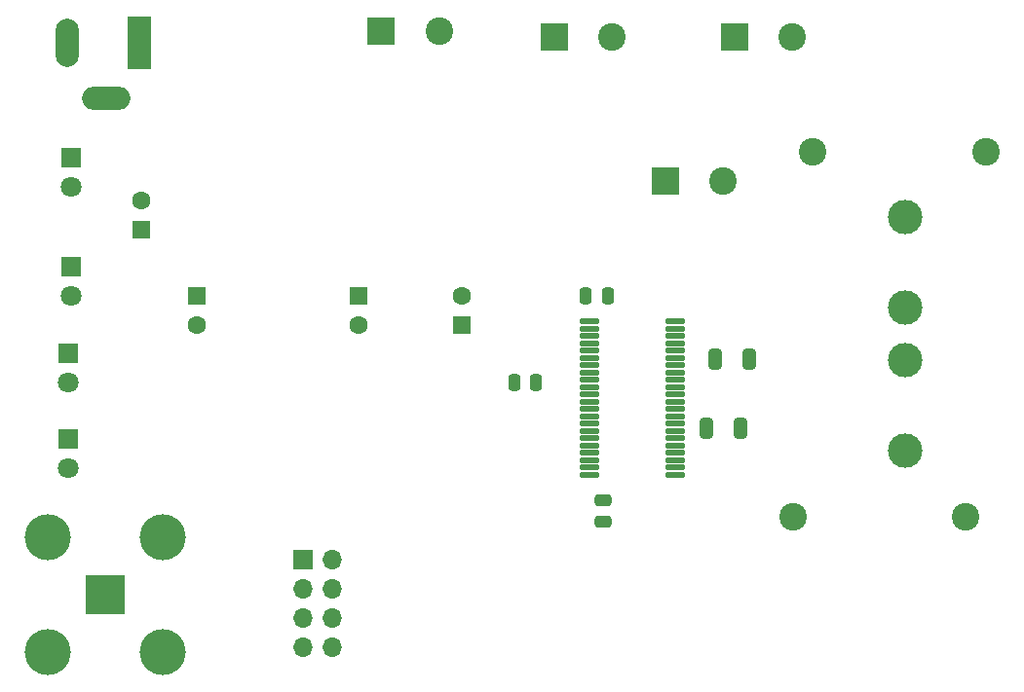
<source format=gbr>
%TF.GenerationSoftware,KiCad,Pcbnew,(6.0.0)*%
%TF.CreationDate,2022-12-17T21:28:13-05:00*%
%TF.ProjectId,TPA3255PBTL,54504133-3235-4355-9042-544c2e6b6963,rev?*%
%TF.SameCoordinates,Original*%
%TF.FileFunction,Soldermask,Bot*%
%TF.FilePolarity,Negative*%
%FSLAX46Y46*%
G04 Gerber Fmt 4.6, Leading zero omitted, Abs format (unit mm)*
G04 Created by KiCad (PCBNEW (6.0.0)) date 2022-12-17 21:28:13*
%MOMM*%
%LPD*%
G01*
G04 APERTURE LIST*
G04 Aperture macros list*
%AMRoundRect*
0 Rectangle with rounded corners*
0 $1 Rounding radius*
0 $2 $3 $4 $5 $6 $7 $8 $9 X,Y pos of 4 corners*
0 Add a 4 corners polygon primitive as box body*
4,1,4,$2,$3,$4,$5,$6,$7,$8,$9,$2,$3,0*
0 Add four circle primitives for the rounded corners*
1,1,$1+$1,$2,$3*
1,1,$1+$1,$4,$5*
1,1,$1+$1,$6,$7*
1,1,$1+$1,$8,$9*
0 Add four rect primitives between the rounded corners*
20,1,$1+$1,$2,$3,$4,$5,0*
20,1,$1+$1,$4,$5,$6,$7,0*
20,1,$1+$1,$6,$7,$8,$9,0*
20,1,$1+$1,$8,$9,$2,$3,0*%
G04 Aperture macros list end*
%ADD10R,1.600000X1.600000*%
%ADD11C,1.600000*%
%ADD12C,2.400000*%
%ADD13R,1.700000X1.700000*%
%ADD14O,1.700000X1.700000*%
%ADD15R,3.500000X3.500000*%
%ADD16C,4.000000*%
%ADD17C,3.000000*%
%ADD18R,2.000000X4.600000*%
%ADD19O,2.000000X4.200000*%
%ADD20O,4.200000X2.000000*%
%ADD21R,2.400000X2.400000*%
%ADD22R,1.800000X1.800000*%
%ADD23C,1.800000*%
%ADD24RoundRect,0.250000X-0.475000X0.250000X-0.475000X-0.250000X0.475000X-0.250000X0.475000X0.250000X0*%
%ADD25RoundRect,0.250000X-0.325000X-0.650000X0.325000X-0.650000X0.325000X0.650000X-0.325000X0.650000X0*%
%ADD26RoundRect,0.250000X0.250000X0.475000X-0.250000X0.475000X-0.250000X-0.475000X0.250000X-0.475000X0*%
%ADD27RoundRect,0.019000X-0.766000X-0.171000X0.766000X-0.171000X0.766000X0.171000X-0.766000X0.171000X0*%
G04 APERTURE END LIST*
D10*
%TO.C,C9*%
X83150000Y-71205113D03*
D11*
X83150000Y-68705113D03*
%TD*%
D10*
%TO.C,C11*%
X111000000Y-79500000D03*
D11*
X111000000Y-77000000D03*
%TD*%
D12*
%TO.C,C39*%
X139750000Y-96250000D03*
X154750000Y-96250000D03*
%TD*%
D13*
%TO.C,J3*%
X97225000Y-99960000D03*
D14*
X99765000Y-99960000D03*
X97225000Y-102500000D03*
X99765000Y-102500000D03*
X97225000Y-105040000D03*
X99765000Y-105040000D03*
X97225000Y-107580000D03*
X99765000Y-107580000D03*
%TD*%
D12*
%TO.C,C38*%
X156500000Y-64500000D03*
X141500000Y-64500000D03*
%TD*%
D15*
%TO.C,J2*%
X80000000Y-103000000D03*
D16*
X74975000Y-97975000D03*
X85025000Y-97975000D03*
X74975000Y-108025000D03*
X85025000Y-108025000D03*
%TD*%
D17*
%TO.C,L3*%
X149500000Y-82550000D03*
X149500000Y-90450000D03*
%TD*%
D10*
%TO.C,C30*%
X88000000Y-77000000D03*
D11*
X88000000Y-79500000D03*
%TD*%
D10*
%TO.C,C28*%
X102000000Y-77000000D03*
D11*
X102000000Y-79500000D03*
%TD*%
D18*
%TO.C,J1*%
X83000000Y-55000000D03*
D19*
X76700000Y-55000000D03*
D20*
X80100000Y-59800000D03*
%TD*%
D21*
%TO.C,C4*%
X128676041Y-67000000D03*
D12*
X133676041Y-67000000D03*
%TD*%
D21*
%TO.C,C5*%
X134676041Y-54500000D03*
D12*
X139676041Y-54500000D03*
%TD*%
D17*
%TO.C,L2*%
X149500000Y-78000000D03*
X149500000Y-70100000D03*
%TD*%
D22*
%TO.C,D3*%
X77000000Y-65000000D03*
D23*
X77000000Y-67540000D03*
%TD*%
D22*
%TO.C,D6*%
X76825000Y-89460000D03*
D23*
X76825000Y-92000000D03*
%TD*%
D22*
%TO.C,D7*%
X77000000Y-74460000D03*
D23*
X77000000Y-77000000D03*
%TD*%
D21*
%TO.C,C2*%
X119000000Y-54500000D03*
D12*
X124000000Y-54500000D03*
%TD*%
D22*
%TO.C,D5*%
X76825000Y-81960000D03*
D23*
X76825000Y-84500000D03*
%TD*%
D21*
%TO.C,C1*%
X104000000Y-54000000D03*
D12*
X109000000Y-54000000D03*
%TD*%
D24*
%TO.C,C25*%
X123250000Y-94775000D03*
X123250000Y-96675000D03*
%TD*%
D25*
%TO.C,C6*%
X132275000Y-88500000D03*
X135225000Y-88500000D03*
%TD*%
D26*
%TO.C,C24*%
X123675000Y-77000000D03*
X121775000Y-77000000D03*
%TD*%
%TO.C,C42*%
X117450000Y-84500000D03*
X115550000Y-84500000D03*
%TD*%
D25*
%TO.C,C7*%
X133000000Y-82500000D03*
X135950000Y-82500000D03*
%TD*%
D27*
%TO.C,U1*%
X122060000Y-92540000D03*
X122060000Y-91905000D03*
X122060000Y-91270000D03*
X122060000Y-90635000D03*
X122060000Y-90000000D03*
X122060000Y-89365000D03*
X122060000Y-88730000D03*
X122060000Y-88095000D03*
X122060000Y-87460000D03*
X122060000Y-86825000D03*
X122060000Y-86190000D03*
X122060000Y-85555000D03*
X122060000Y-84920000D03*
X122060000Y-84285000D03*
X122060000Y-83650000D03*
X122060000Y-83015000D03*
X122060000Y-82380000D03*
X122060000Y-81745000D03*
X122060000Y-81110000D03*
X122060000Y-80475000D03*
X122060000Y-79840000D03*
X122060000Y-79205000D03*
X129500000Y-79205000D03*
X129500000Y-79840000D03*
X129500000Y-80475000D03*
X129500000Y-81110000D03*
X129500000Y-81745000D03*
X129500000Y-82380000D03*
X129500000Y-83015000D03*
X129500000Y-83650000D03*
X129500000Y-84285000D03*
X129500000Y-84920000D03*
X129500000Y-85555000D03*
X129500000Y-86190000D03*
X129500000Y-86825000D03*
X129500000Y-87460000D03*
X129500000Y-88095000D03*
X129500000Y-88730000D03*
X129500000Y-89365000D03*
X129500000Y-90000000D03*
X129500000Y-90635000D03*
X129500000Y-91270000D03*
X129500000Y-91905000D03*
X129500000Y-92540000D03*
%TD*%
M02*

</source>
